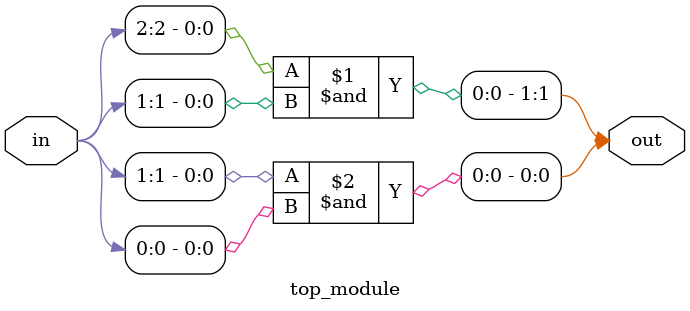
<source format=sv>
module top_module (
	input [2:0] in,
	output [1:0] out
);
	assign out[1] = in[2] & in[1];
	assign out[0] = in[1] & in[0];
endmodule

</source>
